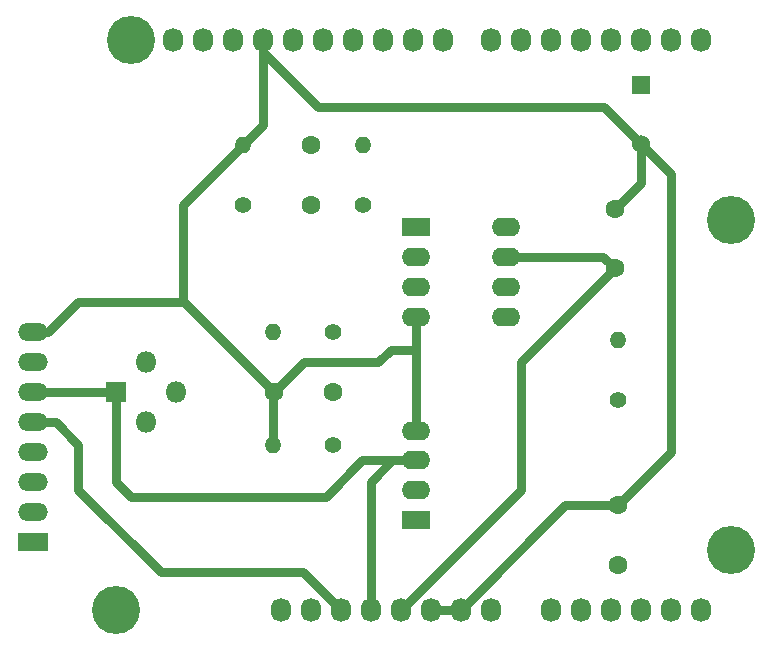
<source format=gbr>
G04 #@! TF.GenerationSoftware,KiCad,Pcbnew,(5.0.0)*
G04 #@! TF.CreationDate,2018-11-13T08:44:11+01:00*
G04 #@! TF.ProjectId,UNO,554E4F2E6B696361645F706362000000,rev?*
G04 #@! TF.SameCoordinates,Original*
G04 #@! TF.FileFunction,Copper,L1,Top,Signal*
G04 #@! TF.FilePolarity,Positive*
%FSLAX46Y46*%
G04 Gerber Fmt 4.6, Leading zero omitted, Abs format (unit mm)*
G04 Created by KiCad (PCBNEW (5.0.0)) date 11/13/18 08:44:11*
%MOMM*%
%LPD*%
G01*
G04 APERTURE LIST*
G04 #@! TA.AperFunction,ComponentPad*
%ADD10O,2.400000X1.600000*%
G04 #@! TD*
G04 #@! TA.AperFunction,ComponentPad*
%ADD11R,2.400000X1.600000*%
G04 #@! TD*
G04 #@! TA.AperFunction,ComponentPad*
%ADD12C,1.524000*%
G04 #@! TD*
G04 #@! TA.AperFunction,ComponentPad*
%ADD13R,1.524000X1.524000*%
G04 #@! TD*
G04 #@! TA.AperFunction,ComponentPad*
%ADD14R,2.524000X1.524000*%
G04 #@! TD*
G04 #@! TA.AperFunction,ComponentPad*
%ADD15O,2.524000X1.524000*%
G04 #@! TD*
G04 #@! TA.AperFunction,ComponentPad*
%ADD16O,1.727200X2.032000*%
G04 #@! TD*
G04 #@! TA.AperFunction,ComponentPad*
%ADD17C,4.064000*%
G04 #@! TD*
G04 #@! TA.AperFunction,ComponentPad*
%ADD18C,1.600000*%
G04 #@! TD*
G04 #@! TA.AperFunction,ComponentPad*
%ADD19O,1.400000X1.400000*%
G04 #@! TD*
G04 #@! TA.AperFunction,ComponentPad*
%ADD20C,1.400000*%
G04 #@! TD*
G04 #@! TA.AperFunction,ComponentPad*
%ADD21R,1.800000X1.800000*%
G04 #@! TD*
G04 #@! TA.AperFunction,ComponentPad*
%ADD22O,1.800000X1.800000*%
G04 #@! TD*
G04 #@! TA.AperFunction,Conductor*
%ADD23C,0.800000*%
G04 #@! TD*
G04 APERTURE END LIST*
D10*
G04 #@! TO.P,J1,4*
G04 #@! TO.N,GND*
X150368000Y-108705000D03*
G04 #@! TO.P,J1,3*
G04 #@! TO.N,3V3*
X150368000Y-111205000D03*
G04 #@! TO.P,J1,2*
G04 #@! TO.N,/Analog2*
X150368000Y-113705000D03*
D11*
G04 #@! TO.P,J1,1*
G04 #@! TO.N,/A0*
X150368000Y-116205000D03*
G04 #@! TD*
D12*
G04 #@! TO.P,J2,2*
G04 #@! TO.N,GND*
X169418000Y-84375000D03*
D13*
G04 #@! TO.P,J2,1*
G04 #@! TO.N,/2*
X169418000Y-79375000D03*
G04 #@! TD*
D14*
G04 #@! TO.P,U10,1*
G04 #@! TO.N,/7*
X117983000Y-118110000D03*
D15*
G04 #@! TO.P,U10,2*
G04 #@! TO.N,/8*
X117983000Y-115570000D03*
G04 #@! TO.P,U10,3*
G04 #@! TO.N,Net-(U10-Pad3)*
X117983000Y-113030000D03*
G04 #@! TO.P,U10,4*
G04 #@! TO.N,Net-(U10-Pad4)*
X117983000Y-110490000D03*
G04 #@! TO.P,U10,5*
G04 #@! TO.N,/Reset*
X117983000Y-107950000D03*
G04 #@! TO.P,U10,6*
G04 #@! TO.N,3V3*
X117983000Y-105410000D03*
G04 #@! TO.P,U10,7*
G04 #@! TO.N,Net-(U10-Pad7)*
X117983000Y-102870000D03*
G04 #@! TO.P,U10,8*
G04 #@! TO.N,GND*
X117983000Y-100330000D03*
G04 #@! TD*
D16*
G04 #@! TO.P,P1,8*
G04 #@! TO.N,/Vin*
X156718000Y-123825000D03*
G04 #@! TO.P,P1,7*
G04 #@! TO.N,GND*
X154178000Y-123825000D03*
G04 #@! TO.P,P1,6*
X151638000Y-123825000D03*
G04 #@! TO.P,P1,5*
G04 #@! TO.N,5V*
X149098000Y-123825000D03*
G04 #@! TO.P,P1,4*
G04 #@! TO.N,3V3*
X146558000Y-123825000D03*
G04 #@! TO.P,P1,3*
G04 #@! TO.N,/Reset*
X144018000Y-123825000D03*
G04 #@! TO.P,P1,2*
G04 #@! TO.N,/IOREF*
X141478000Y-123825000D03*
G04 #@! TO.P,P1,1*
G04 #@! TO.N,Net-(P1-Pad1)*
X138938000Y-123825000D03*
G04 #@! TD*
G04 #@! TO.P,P2,6*
G04 #@! TO.N,/A5*
X174498000Y-123825000D03*
G04 #@! TO.P,P2,5*
G04 #@! TO.N,/A4*
X171958000Y-123825000D03*
G04 #@! TO.P,P2,4*
G04 #@! TO.N,/A3*
X169418000Y-123825000D03*
G04 #@! TO.P,P2,3*
G04 #@! TO.N,/A2*
X166878000Y-123825000D03*
G04 #@! TO.P,P2,2*
G04 #@! TO.N,/A1*
X164338000Y-123825000D03*
G04 #@! TO.P,P2,1*
G04 #@! TO.N,/A0*
X161798000Y-123825000D03*
G04 #@! TD*
G04 #@! TO.P,P3,10*
G04 #@! TO.N,/8*
X152654000Y-75565000D03*
G04 #@! TO.P,P3,9*
G04 #@! TO.N,/9(\002A\002A)*
X150114000Y-75565000D03*
G04 #@! TO.P,P3,8*
G04 #@! TO.N,/10(\002A\002A/SS)*
X147574000Y-75565000D03*
G04 #@! TO.P,P3,7*
G04 #@! TO.N,/11(\002A\002A/MOSI)*
X145034000Y-75565000D03*
G04 #@! TO.P,P3,6*
G04 #@! TO.N,/12(MISO)*
X142494000Y-75565000D03*
G04 #@! TO.P,P3,5*
G04 #@! TO.N,/13(SCK)*
X139954000Y-75565000D03*
G04 #@! TO.P,P3,4*
G04 #@! TO.N,GND*
X137414000Y-75565000D03*
G04 #@! TO.P,P3,3*
G04 #@! TO.N,/AREF*
X134874000Y-75565000D03*
G04 #@! TO.P,P3,2*
G04 #@! TO.N,/A4(SDA)*
X132334000Y-75565000D03*
G04 #@! TO.P,P3,1*
G04 #@! TO.N,/A5(SCL)*
X129794000Y-75565000D03*
G04 #@! TD*
G04 #@! TO.P,P4,8*
G04 #@! TO.N,/0(Rx)*
X174498000Y-75565000D03*
G04 #@! TO.P,P4,7*
G04 #@! TO.N,/1(Tx)*
X171958000Y-75565000D03*
G04 #@! TO.P,P4,6*
G04 #@! TO.N,/2*
X169418000Y-75565000D03*
G04 #@! TO.P,P4,5*
G04 #@! TO.N,/3(\002A\002A)*
X166878000Y-75565000D03*
G04 #@! TO.P,P4,4*
G04 #@! TO.N,/4*
X164338000Y-75565000D03*
G04 #@! TO.P,P4,3*
G04 #@! TO.N,/5(\002A\002A)*
X161798000Y-75565000D03*
G04 #@! TO.P,P4,2*
G04 #@! TO.N,/6(\002A\002A)*
X159258000Y-75565000D03*
G04 #@! TO.P,P4,1*
G04 #@! TO.N,/7*
X156718000Y-75565000D03*
G04 #@! TD*
D17*
G04 #@! TO.P,P5,1*
G04 #@! TO.N,Net-(P5-Pad1)*
X124968000Y-123825000D03*
G04 #@! TD*
G04 #@! TO.P,P6,1*
G04 #@! TO.N,Net-(P6-Pad1)*
X177038000Y-118745000D03*
G04 #@! TD*
G04 #@! TO.P,P7,1*
G04 #@! TO.N,Net-(P7-Pad1)*
X126238000Y-75565000D03*
G04 #@! TD*
G04 #@! TO.P,P8,1*
G04 #@! TO.N,Net-(P8-Pad1)*
X177038000Y-90805000D03*
G04 #@! TD*
D18*
G04 #@! TO.P,C1,2*
G04 #@! TO.N,GND*
X138383000Y-105410000D03*
G04 #@! TO.P,C1,1*
G04 #@! TO.N,Net-(C1-Pad1)*
X143383000Y-105410000D03*
G04 #@! TD*
G04 #@! TO.P,C2,2*
G04 #@! TO.N,GND*
X167513000Y-115015000D03*
G04 #@! TO.P,C2,1*
G04 #@! TO.N,/A1*
X167513000Y-120015000D03*
G04 #@! TD*
G04 #@! TO.P,C3,2*
G04 #@! TO.N,GND*
X167195500Y-89932500D03*
G04 #@! TO.P,C3,1*
G04 #@! TO.N,5V*
X167195500Y-94932500D03*
G04 #@! TD*
G04 #@! TO.P,C4,2*
G04 #@! TO.N,Net-(C4-Pad2)*
X141478000Y-84535000D03*
G04 #@! TO.P,C4,1*
G04 #@! TO.N,Net-(C4-Pad1)*
X141478000Y-89535000D03*
G04 #@! TD*
D19*
G04 #@! TO.P,R1,2*
G04 #@! TO.N,GND*
X138303000Y-109855000D03*
D20*
G04 #@! TO.P,R1,1*
G04 #@! TO.N,Net-(C1-Pad1)*
X143383000Y-109855000D03*
G04 #@! TD*
D19*
G04 #@! TO.P,R2,2*
G04 #@! TO.N,GND*
X135763000Y-84455000D03*
D20*
G04 #@! TO.P,R2,1*
G04 #@! TO.N,Net-(C4-Pad1)*
X135763000Y-89535000D03*
G04 #@! TD*
D19*
G04 #@! TO.P,R3,2*
G04 #@! TO.N,Net-(C4-Pad2)*
X145923000Y-84455000D03*
D20*
G04 #@! TO.P,R3,1*
G04 #@! TO.N,Net-(C4-Pad1)*
X145923000Y-89535000D03*
G04 #@! TD*
D19*
G04 #@! TO.P,R5,2*
G04 #@! TO.N,Net-(R5-Pad2)*
X138303000Y-100330000D03*
D20*
G04 #@! TO.P,R5,1*
G04 #@! TO.N,Net-(C1-Pad1)*
X143383000Y-100330000D03*
G04 #@! TD*
D19*
G04 #@! TO.P,R6,2*
G04 #@! TO.N,Net-(C4-Pad2)*
X167513000Y-100965000D03*
D20*
G04 #@! TO.P,R6,1*
G04 #@! TO.N,/A1*
X167513000Y-106045000D03*
G04 #@! TD*
D10*
G04 #@! TO.P,U2,8*
G04 #@! TO.N,Net-(U2-Pad8)*
X157988000Y-91440000D03*
G04 #@! TO.P,U2,4*
G04 #@! TO.N,GND*
X150368000Y-99060000D03*
G04 #@! TO.P,U2,7*
G04 #@! TO.N,5V*
X157988000Y-93980000D03*
G04 #@! TO.P,U2,3*
G04 #@! TO.N,Net-(C1-Pad1)*
X150368000Y-96520000D03*
G04 #@! TO.P,U2,6*
G04 #@! TO.N,Net-(C4-Pad2)*
X157988000Y-96520000D03*
G04 #@! TO.P,U2,2*
G04 #@! TO.N,Net-(C4-Pad1)*
X150368000Y-93980000D03*
G04 #@! TO.P,U2,5*
G04 #@! TO.N,Net-(U2-Pad5)*
X157988000Y-99060000D03*
D11*
G04 #@! TO.P,U2,1*
G04 #@! TO.N,Net-(U2-Pad1)*
X150368000Y-91440000D03*
G04 #@! TD*
D21*
G04 #@! TO.P,U3,1*
G04 #@! TO.N,3V3*
X124968000Y-105410000D03*
D22*
G04 #@! TO.P,U3,2*
G04 #@! TO.N,Net-(R5-Pad2)*
X127508000Y-107950000D03*
G04 #@! TO.P,U3,3*
G04 #@! TO.N,N/C*
X130048000Y-105410000D03*
G04 #@! TO.P,U3,4*
X127508000Y-102870000D03*
G04 #@! TD*
D23*
G04 #@! TO.N,/Reset*
X117983000Y-107950000D02*
X119888000Y-107950000D01*
X140843000Y-120650000D02*
X144018000Y-123825000D01*
X128778000Y-120650000D02*
X140843000Y-120650000D01*
X121793000Y-113665000D02*
X128778000Y-120650000D01*
X121793000Y-109855000D02*
X121793000Y-113665000D01*
X119888000Y-107950000D02*
X121793000Y-109855000D01*
G04 #@! TO.N,GND*
X150348002Y-101830000D02*
X150348002Y-108685002D01*
X150348002Y-108685002D02*
X150368000Y-108705000D01*
X117983000Y-100330000D02*
X119253000Y-100330000D01*
X119253000Y-100330000D02*
X121793000Y-97790000D01*
X121793000Y-97790000D02*
X130683000Y-97790000D01*
X130683000Y-97790000D02*
X130763000Y-97790000D01*
X130763000Y-97790000D02*
X138383000Y-105410000D01*
X138303000Y-109855000D02*
X138303000Y-105490000D01*
X138303000Y-105490000D02*
X138383000Y-105410000D01*
X138383000Y-105410000D02*
X140923000Y-102870000D01*
X140923000Y-102870000D02*
X147193000Y-102870000D01*
X147193000Y-102870000D02*
X148233000Y-101830000D01*
X148233000Y-101830000D02*
X150348002Y-101830000D01*
X169418000Y-84375000D02*
X169418000Y-87710000D01*
X169418000Y-87710000D02*
X167195500Y-89932500D01*
X167513000Y-114935000D02*
X171958000Y-110490000D01*
X171958000Y-110490000D02*
X171958000Y-86915000D01*
X171958000Y-86915000D02*
X169418000Y-84375000D01*
X167513000Y-115015000D02*
X167513000Y-114935000D01*
X166323000Y-81280000D02*
X169418000Y-84375000D01*
X142113000Y-81280000D02*
X166323000Y-81280000D01*
X137414000Y-76581000D02*
X142113000Y-81280000D01*
X137414000Y-75565000D02*
X137414000Y-76581000D01*
X130683000Y-89535000D02*
X135763000Y-84455000D01*
X130683000Y-97790000D02*
X130683000Y-89535000D01*
X137414000Y-82804000D02*
X135763000Y-84455000D01*
X137414000Y-75565000D02*
X137414000Y-82804000D01*
X162988000Y-115015000D02*
X154178000Y-123825000D01*
X167513000Y-115015000D02*
X162988000Y-115015000D01*
X151638000Y-123825000D02*
X154178000Y-123825000D01*
X150368000Y-99060000D02*
X150368000Y-101810002D01*
X150368000Y-101810002D02*
X150348002Y-101830000D01*
G04 #@! TO.N,5V*
X157988000Y-93980000D02*
X166243000Y-93980000D01*
X166243000Y-93980000D02*
X167195500Y-94932500D01*
X149098000Y-123825000D02*
X159258000Y-113665000D01*
X159258000Y-102870000D02*
X167195500Y-94932500D01*
X159258000Y-113665000D02*
X159258000Y-102870000D01*
G04 #@! TO.N,3V3*
X146558000Y-123825000D02*
X146558000Y-114935000D01*
X146558000Y-114935000D02*
X146558000Y-113030000D01*
X146558000Y-113030000D02*
X148383000Y-111205000D01*
X148383000Y-111205000D02*
X150368000Y-111205000D01*
X117983000Y-105410000D02*
X124968000Y-105410000D01*
X150368000Y-111205000D02*
X145843000Y-111205000D01*
X124968000Y-113030000D02*
X124968000Y-105410000D01*
X126238000Y-114300000D02*
X124968000Y-113030000D01*
X142748000Y-114300000D02*
X126238000Y-114300000D01*
X145843000Y-111205000D02*
X142748000Y-114300000D01*
G04 #@! TD*
M02*

</source>
